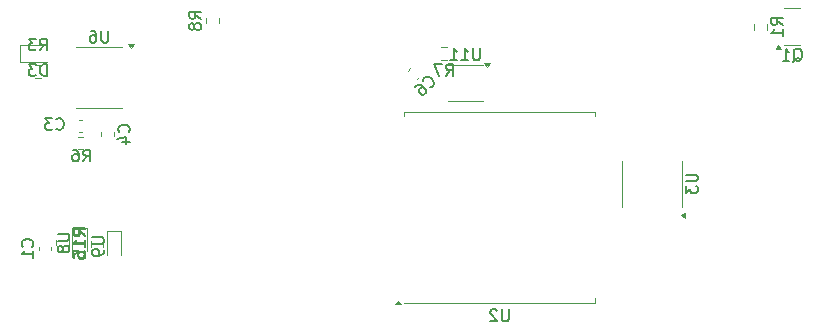
<source format=gbr>
%TF.GenerationSoftware,KiCad,Pcbnew,9.0.2*%
%TF.CreationDate,2025-07-15T17:58:13-04:00*%
%TF.ProjectId,raven-caller,72617665-6e2d-4636-916c-6c65722e6b69,rev?*%
%TF.SameCoordinates,Original*%
%TF.FileFunction,Legend,Bot*%
%TF.FilePolarity,Positive*%
%FSLAX46Y46*%
G04 Gerber Fmt 4.6, Leading zero omitted, Abs format (unit mm)*
G04 Created by KiCad (PCBNEW 9.0.2) date 2025-07-15 17:58:13*
%MOMM*%
%LPD*%
G01*
G04 APERTURE LIST*
%ADD10C,0.150000*%
%ADD11C,0.120000*%
G04 APERTURE END LIST*
D10*
X188972319Y-98558333D02*
X188496128Y-98225000D01*
X188972319Y-97986905D02*
X187972319Y-97986905D01*
X187972319Y-97986905D02*
X187972319Y-98367857D01*
X187972319Y-98367857D02*
X188019938Y-98463095D01*
X188019938Y-98463095D02*
X188067557Y-98510714D01*
X188067557Y-98510714D02*
X188162795Y-98558333D01*
X188162795Y-98558333D02*
X188305652Y-98558333D01*
X188305652Y-98558333D02*
X188400890Y-98510714D01*
X188400890Y-98510714D02*
X188448509Y-98463095D01*
X188448509Y-98463095D02*
X188496128Y-98367857D01*
X188496128Y-98367857D02*
X188496128Y-97986905D01*
X188972319Y-99510714D02*
X188972319Y-98939286D01*
X188972319Y-99225000D02*
X187972319Y-99225000D01*
X187972319Y-99225000D02*
X188115176Y-99129762D01*
X188115176Y-99129762D02*
X188210414Y-99034524D01*
X188210414Y-99034524D02*
X188258033Y-98939286D01*
X163338094Y-100554819D02*
X163338094Y-101364342D01*
X163338094Y-101364342D02*
X163290475Y-101459580D01*
X163290475Y-101459580D02*
X163242856Y-101507200D01*
X163242856Y-101507200D02*
X163147618Y-101554819D01*
X163147618Y-101554819D02*
X162957142Y-101554819D01*
X162957142Y-101554819D02*
X162861904Y-101507200D01*
X162861904Y-101507200D02*
X162814285Y-101459580D01*
X162814285Y-101459580D02*
X162766666Y-101364342D01*
X162766666Y-101364342D02*
X162766666Y-100554819D01*
X161766666Y-101554819D02*
X162338094Y-101554819D01*
X162052380Y-101554819D02*
X162052380Y-100554819D01*
X162052380Y-100554819D02*
X162147618Y-100697676D01*
X162147618Y-100697676D02*
X162242856Y-100792914D01*
X162242856Y-100792914D02*
X162338094Y-100840533D01*
X160814285Y-101554819D02*
X161385713Y-101554819D01*
X161099999Y-101554819D02*
X161099999Y-100554819D01*
X161099999Y-100554819D02*
X161195237Y-100697676D01*
X161195237Y-100697676D02*
X161290475Y-100792914D01*
X161290475Y-100792914D02*
X161385713Y-100840533D01*
X127577506Y-116255589D02*
X128387029Y-116255589D01*
X128387029Y-116255589D02*
X128482267Y-116303208D01*
X128482267Y-116303208D02*
X128529887Y-116350827D01*
X128529887Y-116350827D02*
X128577506Y-116446065D01*
X128577506Y-116446065D02*
X128577506Y-116636541D01*
X128577506Y-116636541D02*
X128529887Y-116731779D01*
X128529887Y-116731779D02*
X128482267Y-116779398D01*
X128482267Y-116779398D02*
X128387029Y-116827017D01*
X128387029Y-116827017D02*
X127577506Y-116827017D01*
X128006077Y-117446065D02*
X127958458Y-117350827D01*
X127958458Y-117350827D02*
X127910839Y-117303208D01*
X127910839Y-117303208D02*
X127815601Y-117255589D01*
X127815601Y-117255589D02*
X127767982Y-117255589D01*
X127767982Y-117255589D02*
X127672744Y-117303208D01*
X127672744Y-117303208D02*
X127625125Y-117350827D01*
X127625125Y-117350827D02*
X127577506Y-117446065D01*
X127577506Y-117446065D02*
X127577506Y-117636541D01*
X127577506Y-117636541D02*
X127625125Y-117731779D01*
X127625125Y-117731779D02*
X127672744Y-117779398D01*
X127672744Y-117779398D02*
X127767982Y-117827017D01*
X127767982Y-117827017D02*
X127815601Y-117827017D01*
X127815601Y-117827017D02*
X127910839Y-117779398D01*
X127910839Y-117779398D02*
X127958458Y-117731779D01*
X127958458Y-117731779D02*
X128006077Y-117636541D01*
X128006077Y-117636541D02*
X128006077Y-117446065D01*
X128006077Y-117446065D02*
X128053696Y-117350827D01*
X128053696Y-117350827D02*
X128101315Y-117303208D01*
X128101315Y-117303208D02*
X128196553Y-117255589D01*
X128196553Y-117255589D02*
X128387029Y-117255589D01*
X128387029Y-117255589D02*
X128482267Y-117303208D01*
X128482267Y-117303208D02*
X128529887Y-117350827D01*
X128529887Y-117350827D02*
X128577506Y-117446065D01*
X128577506Y-117446065D02*
X128577506Y-117636541D01*
X128577506Y-117636541D02*
X128529887Y-117731779D01*
X128529887Y-117731779D02*
X128482267Y-117779398D01*
X128482267Y-117779398D02*
X128387029Y-117827017D01*
X128387029Y-117827017D02*
X128196553Y-117827017D01*
X128196553Y-117827017D02*
X128101315Y-117779398D01*
X128101315Y-117779398D02*
X128053696Y-117731779D01*
X128053696Y-117731779D02*
X128006077Y-117636541D01*
X129924819Y-116457142D02*
X129448628Y-116123809D01*
X129924819Y-115885714D02*
X128924819Y-115885714D01*
X128924819Y-115885714D02*
X128924819Y-116266666D01*
X128924819Y-116266666D02*
X128972438Y-116361904D01*
X128972438Y-116361904D02*
X129020057Y-116409523D01*
X129020057Y-116409523D02*
X129115295Y-116457142D01*
X129115295Y-116457142D02*
X129258152Y-116457142D01*
X129258152Y-116457142D02*
X129353390Y-116409523D01*
X129353390Y-116409523D02*
X129401009Y-116361904D01*
X129401009Y-116361904D02*
X129448628Y-116266666D01*
X129448628Y-116266666D02*
X129448628Y-115885714D01*
X129924819Y-117409523D02*
X129924819Y-116838095D01*
X129924819Y-117123809D02*
X128924819Y-117123809D01*
X128924819Y-117123809D02*
X129067676Y-117028571D01*
X129067676Y-117028571D02*
X129162914Y-116933333D01*
X129162914Y-116933333D02*
X129210533Y-116838095D01*
X128924819Y-118266666D02*
X128924819Y-118076190D01*
X128924819Y-118076190D02*
X128972438Y-117980952D01*
X128972438Y-117980952D02*
X129020057Y-117933333D01*
X129020057Y-117933333D02*
X129162914Y-117838095D01*
X129162914Y-117838095D02*
X129353390Y-117790476D01*
X129353390Y-117790476D02*
X129734342Y-117790476D01*
X129734342Y-117790476D02*
X129829580Y-117838095D01*
X129829580Y-117838095D02*
X129877200Y-117885714D01*
X129877200Y-117885714D02*
X129924819Y-117980952D01*
X129924819Y-117980952D02*
X129924819Y-118171428D01*
X129924819Y-118171428D02*
X129877200Y-118266666D01*
X129877200Y-118266666D02*
X129829580Y-118314285D01*
X129829580Y-118314285D02*
X129734342Y-118361904D01*
X129734342Y-118361904D02*
X129496247Y-118361904D01*
X129496247Y-118361904D02*
X129401009Y-118314285D01*
X129401009Y-118314285D02*
X129353390Y-118266666D01*
X129353390Y-118266666D02*
X129305771Y-118171428D01*
X129305771Y-118171428D02*
X129305771Y-117980952D01*
X129305771Y-117980952D02*
X129353390Y-117885714D01*
X129353390Y-117885714D02*
X129401009Y-117838095D01*
X129401009Y-117838095D02*
X129496247Y-117790476D01*
X129766666Y-110124819D02*
X130099999Y-109648628D01*
X130338094Y-110124819D02*
X130338094Y-109124819D01*
X130338094Y-109124819D02*
X129957142Y-109124819D01*
X129957142Y-109124819D02*
X129861904Y-109172438D01*
X129861904Y-109172438D02*
X129814285Y-109220057D01*
X129814285Y-109220057D02*
X129766666Y-109315295D01*
X129766666Y-109315295D02*
X129766666Y-109458152D01*
X129766666Y-109458152D02*
X129814285Y-109553390D01*
X129814285Y-109553390D02*
X129861904Y-109601009D01*
X129861904Y-109601009D02*
X129957142Y-109648628D01*
X129957142Y-109648628D02*
X130338094Y-109648628D01*
X128909523Y-109124819D02*
X129099999Y-109124819D01*
X129099999Y-109124819D02*
X129195237Y-109172438D01*
X129195237Y-109172438D02*
X129242856Y-109220057D01*
X129242856Y-109220057D02*
X129338094Y-109362914D01*
X129338094Y-109362914D02*
X129385713Y-109553390D01*
X129385713Y-109553390D02*
X129385713Y-109934342D01*
X129385713Y-109934342D02*
X129338094Y-110029580D01*
X129338094Y-110029580D02*
X129290475Y-110077200D01*
X129290475Y-110077200D02*
X129195237Y-110124819D01*
X129195237Y-110124819D02*
X129004761Y-110124819D01*
X129004761Y-110124819D02*
X128909523Y-110077200D01*
X128909523Y-110077200D02*
X128861904Y-110029580D01*
X128861904Y-110029580D02*
X128814285Y-109934342D01*
X128814285Y-109934342D02*
X128814285Y-109696247D01*
X128814285Y-109696247D02*
X128861904Y-109601009D01*
X128861904Y-109601009D02*
X128909523Y-109553390D01*
X128909523Y-109553390D02*
X129004761Y-109505771D01*
X129004761Y-109505771D02*
X129195237Y-109505771D01*
X129195237Y-109505771D02*
X129290475Y-109553390D01*
X129290475Y-109553390D02*
X129338094Y-109601009D01*
X129338094Y-109601009D02*
X129385713Y-109696247D01*
X189857738Y-101675057D02*
X189952976Y-101627438D01*
X189952976Y-101627438D02*
X190048214Y-101532200D01*
X190048214Y-101532200D02*
X190191071Y-101389342D01*
X190191071Y-101389342D02*
X190286309Y-101341723D01*
X190286309Y-101341723D02*
X190381547Y-101341723D01*
X190333928Y-101579819D02*
X190429166Y-101532200D01*
X190429166Y-101532200D02*
X190524404Y-101436961D01*
X190524404Y-101436961D02*
X190572023Y-101246485D01*
X190572023Y-101246485D02*
X190572023Y-100913152D01*
X190572023Y-100913152D02*
X190524404Y-100722676D01*
X190524404Y-100722676D02*
X190429166Y-100627438D01*
X190429166Y-100627438D02*
X190333928Y-100579819D01*
X190333928Y-100579819D02*
X190143452Y-100579819D01*
X190143452Y-100579819D02*
X190048214Y-100627438D01*
X190048214Y-100627438D02*
X189952976Y-100722676D01*
X189952976Y-100722676D02*
X189905357Y-100913152D01*
X189905357Y-100913152D02*
X189905357Y-101246485D01*
X189905357Y-101246485D02*
X189952976Y-101436961D01*
X189952976Y-101436961D02*
X190048214Y-101532200D01*
X190048214Y-101532200D02*
X190143452Y-101579819D01*
X190143452Y-101579819D02*
X190333928Y-101579819D01*
X188952976Y-101579819D02*
X189524404Y-101579819D01*
X189238690Y-101579819D02*
X189238690Y-100579819D01*
X189238690Y-100579819D02*
X189333928Y-100722676D01*
X189333928Y-100722676D02*
X189429166Y-100817914D01*
X189429166Y-100817914D02*
X189524404Y-100865533D01*
X159083275Y-103847574D02*
X159150619Y-103847574D01*
X159150619Y-103847574D02*
X159285306Y-103780230D01*
X159285306Y-103780230D02*
X159352649Y-103712887D01*
X159352649Y-103712887D02*
X159419993Y-103578200D01*
X159419993Y-103578200D02*
X159419993Y-103443513D01*
X159419993Y-103443513D02*
X159386321Y-103342498D01*
X159386321Y-103342498D02*
X159285306Y-103174139D01*
X159285306Y-103174139D02*
X159184291Y-103073124D01*
X159184291Y-103073124D02*
X159015932Y-102972108D01*
X159015932Y-102972108D02*
X158914917Y-102938437D01*
X158914917Y-102938437D02*
X158780230Y-102938437D01*
X158780230Y-102938437D02*
X158645543Y-103005780D01*
X158645543Y-103005780D02*
X158578199Y-103073124D01*
X158578199Y-103073124D02*
X158510856Y-103207811D01*
X158510856Y-103207811D02*
X158510856Y-103275154D01*
X157837421Y-103813902D02*
X157972108Y-103679215D01*
X157972108Y-103679215D02*
X158073123Y-103645543D01*
X158073123Y-103645543D02*
X158140466Y-103645543D01*
X158140466Y-103645543D02*
X158308825Y-103679215D01*
X158308825Y-103679215D02*
X158477184Y-103780230D01*
X158477184Y-103780230D02*
X158746558Y-104049604D01*
X158746558Y-104049604D02*
X158780230Y-104150620D01*
X158780230Y-104150620D02*
X158780230Y-104217963D01*
X158780230Y-104217963D02*
X158746558Y-104318978D01*
X158746558Y-104318978D02*
X158611871Y-104453665D01*
X158611871Y-104453665D02*
X158510856Y-104487337D01*
X158510856Y-104487337D02*
X158443512Y-104487337D01*
X158443512Y-104487337D02*
X158342497Y-104453665D01*
X158342497Y-104453665D02*
X158174138Y-104285307D01*
X158174138Y-104285307D02*
X158140466Y-104184291D01*
X158140466Y-104184291D02*
X158140466Y-104116948D01*
X158140466Y-104116948D02*
X158174138Y-104015933D01*
X158174138Y-104015933D02*
X158308825Y-103881246D01*
X158308825Y-103881246D02*
X158409840Y-103847574D01*
X158409840Y-103847574D02*
X158477184Y-103847574D01*
X158477184Y-103847574D02*
X158578199Y-103881246D01*
X125429580Y-117333333D02*
X125477200Y-117285714D01*
X125477200Y-117285714D02*
X125524819Y-117142857D01*
X125524819Y-117142857D02*
X125524819Y-117047619D01*
X125524819Y-117047619D02*
X125477200Y-116904762D01*
X125477200Y-116904762D02*
X125381961Y-116809524D01*
X125381961Y-116809524D02*
X125286723Y-116761905D01*
X125286723Y-116761905D02*
X125096247Y-116714286D01*
X125096247Y-116714286D02*
X124953390Y-116714286D01*
X124953390Y-116714286D02*
X124762914Y-116761905D01*
X124762914Y-116761905D02*
X124667676Y-116809524D01*
X124667676Y-116809524D02*
X124572438Y-116904762D01*
X124572438Y-116904762D02*
X124524819Y-117047619D01*
X124524819Y-117047619D02*
X124524819Y-117142857D01*
X124524819Y-117142857D02*
X124572438Y-117285714D01*
X124572438Y-117285714D02*
X124620057Y-117333333D01*
X125524819Y-118285714D02*
X125524819Y-117714286D01*
X125524819Y-118000000D02*
X124524819Y-118000000D01*
X124524819Y-118000000D02*
X124667676Y-117904762D01*
X124667676Y-117904762D02*
X124762914Y-117809524D01*
X124762914Y-117809524D02*
X124810533Y-117714286D01*
X160466666Y-102884819D02*
X160799999Y-102408628D01*
X161038094Y-102884819D02*
X161038094Y-101884819D01*
X161038094Y-101884819D02*
X160657142Y-101884819D01*
X160657142Y-101884819D02*
X160561904Y-101932438D01*
X160561904Y-101932438D02*
X160514285Y-101980057D01*
X160514285Y-101980057D02*
X160466666Y-102075295D01*
X160466666Y-102075295D02*
X160466666Y-102218152D01*
X160466666Y-102218152D02*
X160514285Y-102313390D01*
X160514285Y-102313390D02*
X160561904Y-102361009D01*
X160561904Y-102361009D02*
X160657142Y-102408628D01*
X160657142Y-102408628D02*
X161038094Y-102408628D01*
X160133332Y-101884819D02*
X159466666Y-101884819D01*
X159466666Y-101884819D02*
X159895237Y-102884819D01*
X180754818Y-111238096D02*
X181564341Y-111238096D01*
X181564341Y-111238096D02*
X181659579Y-111285715D01*
X181659579Y-111285715D02*
X181707199Y-111333334D01*
X181707199Y-111333334D02*
X181754818Y-111428572D01*
X181754818Y-111428572D02*
X181754818Y-111619048D01*
X181754818Y-111619048D02*
X181707199Y-111714286D01*
X181707199Y-111714286D02*
X181659579Y-111761905D01*
X181659579Y-111761905D02*
X181564341Y-111809524D01*
X181564341Y-111809524D02*
X180754818Y-111809524D01*
X180754818Y-112190477D02*
X180754818Y-112809524D01*
X180754818Y-112809524D02*
X181135770Y-112476191D01*
X181135770Y-112476191D02*
X181135770Y-112619048D01*
X181135770Y-112619048D02*
X181183389Y-112714286D01*
X181183389Y-112714286D02*
X181231008Y-112761905D01*
X181231008Y-112761905D02*
X181326246Y-112809524D01*
X181326246Y-112809524D02*
X181564341Y-112809524D01*
X181564341Y-112809524D02*
X181659579Y-112761905D01*
X181659579Y-112761905D02*
X181707199Y-112714286D01*
X181707199Y-112714286D02*
X181754818Y-112619048D01*
X181754818Y-112619048D02*
X181754818Y-112333334D01*
X181754818Y-112333334D02*
X181707199Y-112238096D01*
X181707199Y-112238096D02*
X181659579Y-112190477D01*
X126638094Y-102884819D02*
X126638094Y-101884819D01*
X126638094Y-101884819D02*
X126399999Y-101884819D01*
X126399999Y-101884819D02*
X126257142Y-101932438D01*
X126257142Y-101932438D02*
X126161904Y-102027676D01*
X126161904Y-102027676D02*
X126114285Y-102122914D01*
X126114285Y-102122914D02*
X126066666Y-102313390D01*
X126066666Y-102313390D02*
X126066666Y-102456247D01*
X126066666Y-102456247D02*
X126114285Y-102646723D01*
X126114285Y-102646723D02*
X126161904Y-102741961D01*
X126161904Y-102741961D02*
X126257142Y-102837200D01*
X126257142Y-102837200D02*
X126399999Y-102884819D01*
X126399999Y-102884819D02*
X126638094Y-102884819D01*
X125733332Y-101884819D02*
X125114285Y-101884819D01*
X125114285Y-101884819D02*
X125447618Y-102265771D01*
X125447618Y-102265771D02*
X125304761Y-102265771D01*
X125304761Y-102265771D02*
X125209523Y-102313390D01*
X125209523Y-102313390D02*
X125161904Y-102361009D01*
X125161904Y-102361009D02*
X125114285Y-102456247D01*
X125114285Y-102456247D02*
X125114285Y-102694342D01*
X125114285Y-102694342D02*
X125161904Y-102789580D01*
X125161904Y-102789580D02*
X125209523Y-102837200D01*
X125209523Y-102837200D02*
X125304761Y-102884819D01*
X125304761Y-102884819D02*
X125590475Y-102884819D01*
X125590475Y-102884819D02*
X125685713Y-102837200D01*
X125685713Y-102837200D02*
X125733332Y-102789580D01*
X130482746Y-116551623D02*
X131292269Y-116551623D01*
X131292269Y-116551623D02*
X131387507Y-116599242D01*
X131387507Y-116599242D02*
X131435127Y-116646861D01*
X131435127Y-116646861D02*
X131482746Y-116742099D01*
X131482746Y-116742099D02*
X131482746Y-116932575D01*
X131482746Y-116932575D02*
X131435127Y-117027813D01*
X131435127Y-117027813D02*
X131387507Y-117075432D01*
X131387507Y-117075432D02*
X131292269Y-117123051D01*
X131292269Y-117123051D02*
X130482746Y-117123051D01*
X131482746Y-117646861D02*
X131482746Y-117837337D01*
X131482746Y-117837337D02*
X131435127Y-117932575D01*
X131435127Y-117932575D02*
X131387507Y-117980194D01*
X131387507Y-117980194D02*
X131244650Y-118075432D01*
X131244650Y-118075432D02*
X131054174Y-118123051D01*
X131054174Y-118123051D02*
X130673222Y-118123051D01*
X130673222Y-118123051D02*
X130577984Y-118075432D01*
X130577984Y-118075432D02*
X130530365Y-118027813D01*
X130530365Y-118027813D02*
X130482746Y-117932575D01*
X130482746Y-117932575D02*
X130482746Y-117742099D01*
X130482746Y-117742099D02*
X130530365Y-117646861D01*
X130530365Y-117646861D02*
X130577984Y-117599242D01*
X130577984Y-117599242D02*
X130673222Y-117551623D01*
X130673222Y-117551623D02*
X130911317Y-117551623D01*
X130911317Y-117551623D02*
X131006555Y-117599242D01*
X131006555Y-117599242D02*
X131054174Y-117646861D01*
X131054174Y-117646861D02*
X131101793Y-117742099D01*
X131101793Y-117742099D02*
X131101793Y-117932575D01*
X131101793Y-117932575D02*
X131054174Y-118027813D01*
X131054174Y-118027813D02*
X131006555Y-118075432D01*
X131006555Y-118075432D02*
X130911317Y-118123051D01*
X139724819Y-98033333D02*
X139248628Y-97700000D01*
X139724819Y-97461905D02*
X138724819Y-97461905D01*
X138724819Y-97461905D02*
X138724819Y-97842857D01*
X138724819Y-97842857D02*
X138772438Y-97938095D01*
X138772438Y-97938095D02*
X138820057Y-97985714D01*
X138820057Y-97985714D02*
X138915295Y-98033333D01*
X138915295Y-98033333D02*
X139058152Y-98033333D01*
X139058152Y-98033333D02*
X139153390Y-97985714D01*
X139153390Y-97985714D02*
X139201009Y-97938095D01*
X139201009Y-97938095D02*
X139248628Y-97842857D01*
X139248628Y-97842857D02*
X139248628Y-97461905D01*
X139153390Y-98604762D02*
X139105771Y-98509524D01*
X139105771Y-98509524D02*
X139058152Y-98461905D01*
X139058152Y-98461905D02*
X138962914Y-98414286D01*
X138962914Y-98414286D02*
X138915295Y-98414286D01*
X138915295Y-98414286D02*
X138820057Y-98461905D01*
X138820057Y-98461905D02*
X138772438Y-98509524D01*
X138772438Y-98509524D02*
X138724819Y-98604762D01*
X138724819Y-98604762D02*
X138724819Y-98795238D01*
X138724819Y-98795238D02*
X138772438Y-98890476D01*
X138772438Y-98890476D02*
X138820057Y-98938095D01*
X138820057Y-98938095D02*
X138915295Y-98985714D01*
X138915295Y-98985714D02*
X138962914Y-98985714D01*
X138962914Y-98985714D02*
X139058152Y-98938095D01*
X139058152Y-98938095D02*
X139105771Y-98890476D01*
X139105771Y-98890476D02*
X139153390Y-98795238D01*
X139153390Y-98795238D02*
X139153390Y-98604762D01*
X139153390Y-98604762D02*
X139201009Y-98509524D01*
X139201009Y-98509524D02*
X139248628Y-98461905D01*
X139248628Y-98461905D02*
X139343866Y-98414286D01*
X139343866Y-98414286D02*
X139534342Y-98414286D01*
X139534342Y-98414286D02*
X139629580Y-98461905D01*
X139629580Y-98461905D02*
X139677200Y-98509524D01*
X139677200Y-98509524D02*
X139724819Y-98604762D01*
X139724819Y-98604762D02*
X139724819Y-98795238D01*
X139724819Y-98795238D02*
X139677200Y-98890476D01*
X139677200Y-98890476D02*
X139629580Y-98938095D01*
X139629580Y-98938095D02*
X139534342Y-98985714D01*
X139534342Y-98985714D02*
X139343866Y-98985714D01*
X139343866Y-98985714D02*
X139248628Y-98938095D01*
X139248628Y-98938095D02*
X139201009Y-98890476D01*
X139201009Y-98890476D02*
X139153390Y-98795238D01*
X129884819Y-116357142D02*
X129408628Y-116023809D01*
X129884819Y-115785714D02*
X128884819Y-115785714D01*
X128884819Y-115785714D02*
X128884819Y-116166666D01*
X128884819Y-116166666D02*
X128932438Y-116261904D01*
X128932438Y-116261904D02*
X128980057Y-116309523D01*
X128980057Y-116309523D02*
X129075295Y-116357142D01*
X129075295Y-116357142D02*
X129218152Y-116357142D01*
X129218152Y-116357142D02*
X129313390Y-116309523D01*
X129313390Y-116309523D02*
X129361009Y-116261904D01*
X129361009Y-116261904D02*
X129408628Y-116166666D01*
X129408628Y-116166666D02*
X129408628Y-115785714D01*
X129884819Y-117309523D02*
X129884819Y-116738095D01*
X129884819Y-117023809D02*
X128884819Y-117023809D01*
X128884819Y-117023809D02*
X129027676Y-116928571D01*
X129027676Y-116928571D02*
X129122914Y-116833333D01*
X129122914Y-116833333D02*
X129170533Y-116738095D01*
X128884819Y-118214285D02*
X128884819Y-117738095D01*
X128884819Y-117738095D02*
X129361009Y-117690476D01*
X129361009Y-117690476D02*
X129313390Y-117738095D01*
X129313390Y-117738095D02*
X129265771Y-117833333D01*
X129265771Y-117833333D02*
X129265771Y-118071428D01*
X129265771Y-118071428D02*
X129313390Y-118166666D01*
X129313390Y-118166666D02*
X129361009Y-118214285D01*
X129361009Y-118214285D02*
X129456247Y-118261904D01*
X129456247Y-118261904D02*
X129694342Y-118261904D01*
X129694342Y-118261904D02*
X129789580Y-118214285D01*
X129789580Y-118214285D02*
X129837200Y-118166666D01*
X129837200Y-118166666D02*
X129884819Y-118071428D01*
X129884819Y-118071428D02*
X129884819Y-117833333D01*
X129884819Y-117833333D02*
X129837200Y-117738095D01*
X129837200Y-117738095D02*
X129789580Y-117690476D01*
X126066666Y-100724819D02*
X126399999Y-100248628D01*
X126638094Y-100724819D02*
X126638094Y-99724819D01*
X126638094Y-99724819D02*
X126257142Y-99724819D01*
X126257142Y-99724819D02*
X126161904Y-99772438D01*
X126161904Y-99772438D02*
X126114285Y-99820057D01*
X126114285Y-99820057D02*
X126066666Y-99915295D01*
X126066666Y-99915295D02*
X126066666Y-100058152D01*
X126066666Y-100058152D02*
X126114285Y-100153390D01*
X126114285Y-100153390D02*
X126161904Y-100201009D01*
X126161904Y-100201009D02*
X126257142Y-100248628D01*
X126257142Y-100248628D02*
X126638094Y-100248628D01*
X125733332Y-99724819D02*
X125114285Y-99724819D01*
X125114285Y-99724819D02*
X125447618Y-100105771D01*
X125447618Y-100105771D02*
X125304761Y-100105771D01*
X125304761Y-100105771D02*
X125209523Y-100153390D01*
X125209523Y-100153390D02*
X125161904Y-100201009D01*
X125161904Y-100201009D02*
X125114285Y-100296247D01*
X125114285Y-100296247D02*
X125114285Y-100534342D01*
X125114285Y-100534342D02*
X125161904Y-100629580D01*
X125161904Y-100629580D02*
X125209523Y-100677200D01*
X125209523Y-100677200D02*
X125304761Y-100724819D01*
X125304761Y-100724819D02*
X125590475Y-100724819D01*
X125590475Y-100724819D02*
X125685713Y-100677200D01*
X125685713Y-100677200D02*
X125733332Y-100629580D01*
X127466666Y-107359580D02*
X127514285Y-107407200D01*
X127514285Y-107407200D02*
X127657142Y-107454819D01*
X127657142Y-107454819D02*
X127752380Y-107454819D01*
X127752380Y-107454819D02*
X127895237Y-107407200D01*
X127895237Y-107407200D02*
X127990475Y-107311961D01*
X127990475Y-107311961D02*
X128038094Y-107216723D01*
X128038094Y-107216723D02*
X128085713Y-107026247D01*
X128085713Y-107026247D02*
X128085713Y-106883390D01*
X128085713Y-106883390D02*
X128038094Y-106692914D01*
X128038094Y-106692914D02*
X127990475Y-106597676D01*
X127990475Y-106597676D02*
X127895237Y-106502438D01*
X127895237Y-106502438D02*
X127752380Y-106454819D01*
X127752380Y-106454819D02*
X127657142Y-106454819D01*
X127657142Y-106454819D02*
X127514285Y-106502438D01*
X127514285Y-106502438D02*
X127466666Y-106550057D01*
X127133332Y-106454819D02*
X126514285Y-106454819D01*
X126514285Y-106454819D02*
X126847618Y-106835771D01*
X126847618Y-106835771D02*
X126704761Y-106835771D01*
X126704761Y-106835771D02*
X126609523Y-106883390D01*
X126609523Y-106883390D02*
X126561904Y-106931009D01*
X126561904Y-106931009D02*
X126514285Y-107026247D01*
X126514285Y-107026247D02*
X126514285Y-107264342D01*
X126514285Y-107264342D02*
X126561904Y-107359580D01*
X126561904Y-107359580D02*
X126609523Y-107407200D01*
X126609523Y-107407200D02*
X126704761Y-107454819D01*
X126704761Y-107454819D02*
X126990475Y-107454819D01*
X126990475Y-107454819D02*
X127085713Y-107407200D01*
X127085713Y-107407200D02*
X127133332Y-107359580D01*
X131861904Y-99054819D02*
X131861904Y-99864342D01*
X131861904Y-99864342D02*
X131814285Y-99959580D01*
X131814285Y-99959580D02*
X131766666Y-100007200D01*
X131766666Y-100007200D02*
X131671428Y-100054819D01*
X131671428Y-100054819D02*
X131480952Y-100054819D01*
X131480952Y-100054819D02*
X131385714Y-100007200D01*
X131385714Y-100007200D02*
X131338095Y-99959580D01*
X131338095Y-99959580D02*
X131290476Y-99864342D01*
X131290476Y-99864342D02*
X131290476Y-99054819D01*
X130385714Y-99054819D02*
X130576190Y-99054819D01*
X130576190Y-99054819D02*
X130671428Y-99102438D01*
X130671428Y-99102438D02*
X130719047Y-99150057D01*
X130719047Y-99150057D02*
X130814285Y-99292914D01*
X130814285Y-99292914D02*
X130861904Y-99483390D01*
X130861904Y-99483390D02*
X130861904Y-99864342D01*
X130861904Y-99864342D02*
X130814285Y-99959580D01*
X130814285Y-99959580D02*
X130766666Y-100007200D01*
X130766666Y-100007200D02*
X130671428Y-100054819D01*
X130671428Y-100054819D02*
X130480952Y-100054819D01*
X130480952Y-100054819D02*
X130385714Y-100007200D01*
X130385714Y-100007200D02*
X130338095Y-99959580D01*
X130338095Y-99959580D02*
X130290476Y-99864342D01*
X130290476Y-99864342D02*
X130290476Y-99626247D01*
X130290476Y-99626247D02*
X130338095Y-99531009D01*
X130338095Y-99531009D02*
X130385714Y-99483390D01*
X130385714Y-99483390D02*
X130480952Y-99435771D01*
X130480952Y-99435771D02*
X130671428Y-99435771D01*
X130671428Y-99435771D02*
X130766666Y-99483390D01*
X130766666Y-99483390D02*
X130814285Y-99531009D01*
X130814285Y-99531009D02*
X130861904Y-99626247D01*
X133589580Y-107633333D02*
X133637200Y-107585714D01*
X133637200Y-107585714D02*
X133684819Y-107442857D01*
X133684819Y-107442857D02*
X133684819Y-107347619D01*
X133684819Y-107347619D02*
X133637200Y-107204762D01*
X133637200Y-107204762D02*
X133541961Y-107109524D01*
X133541961Y-107109524D02*
X133446723Y-107061905D01*
X133446723Y-107061905D02*
X133256247Y-107014286D01*
X133256247Y-107014286D02*
X133113390Y-107014286D01*
X133113390Y-107014286D02*
X132922914Y-107061905D01*
X132922914Y-107061905D02*
X132827676Y-107109524D01*
X132827676Y-107109524D02*
X132732438Y-107204762D01*
X132732438Y-107204762D02*
X132684819Y-107347619D01*
X132684819Y-107347619D02*
X132684819Y-107442857D01*
X132684819Y-107442857D02*
X132732438Y-107585714D01*
X132732438Y-107585714D02*
X132780057Y-107633333D01*
X133018152Y-108490476D02*
X133684819Y-108490476D01*
X132637200Y-108252381D02*
X133351485Y-108014286D01*
X133351485Y-108014286D02*
X133351485Y-108633333D01*
X165761904Y-122654818D02*
X165761904Y-123464341D01*
X165761904Y-123464341D02*
X165714285Y-123559579D01*
X165714285Y-123559579D02*
X165666666Y-123607199D01*
X165666666Y-123607199D02*
X165571428Y-123654818D01*
X165571428Y-123654818D02*
X165380952Y-123654818D01*
X165380952Y-123654818D02*
X165285714Y-123607199D01*
X165285714Y-123607199D02*
X165238095Y-123559579D01*
X165238095Y-123559579D02*
X165190476Y-123464341D01*
X165190476Y-123464341D02*
X165190476Y-122654818D01*
X164761904Y-122750056D02*
X164714285Y-122702437D01*
X164714285Y-122702437D02*
X164619047Y-122654818D01*
X164619047Y-122654818D02*
X164380952Y-122654818D01*
X164380952Y-122654818D02*
X164285714Y-122702437D01*
X164285714Y-122702437D02*
X164238095Y-122750056D01*
X164238095Y-122750056D02*
X164190476Y-122845294D01*
X164190476Y-122845294D02*
X164190476Y-122940532D01*
X164190476Y-122940532D02*
X164238095Y-123083389D01*
X164238095Y-123083389D02*
X164809523Y-123654818D01*
X164809523Y-123654818D02*
X164190476Y-123654818D01*
D11*
%TO.C,R1*%
X186565000Y-98962258D02*
X186565000Y-98487742D01*
X187610000Y-98962258D02*
X187610000Y-98487742D01*
%TO.C,U11*%
X160600000Y-102000000D02*
X163600000Y-102000000D01*
X160600000Y-105000000D02*
X163600000Y-105000000D01*
X163950000Y-102100000D02*
X163710000Y-101770000D01*
X164190000Y-101770000D01*
X163950000Y-102100000D01*
G36*
X163950000Y-102100000D02*
G01*
X163710000Y-101770000D01*
X164190000Y-101770000D01*
X163950000Y-102100000D01*
G37*
%TO.C,U8*%
X128822686Y-115757494D02*
X130022688Y-115757494D01*
X128822687Y-117717494D02*
X128822686Y-115757494D01*
X130022687Y-117717494D02*
X130022688Y-115757494D01*
%TO.C,R16*%
X130377500Y-116862742D02*
X130377500Y-117337258D01*
X131422500Y-116862742D02*
X131422500Y-117337258D01*
%TO.C,R6*%
X129262742Y-108047500D02*
X129737258Y-108047500D01*
X129262742Y-109092500D02*
X129737258Y-109092500D01*
%TO.C,Q1*%
X189762500Y-97165000D02*
X189112500Y-97165000D01*
X189762500Y-97165000D02*
X190412500Y-97165000D01*
X189762500Y-100285000D02*
X189112500Y-100285000D01*
X189762500Y-100285000D02*
X190412500Y-100285000D01*
X188840000Y-100565000D02*
X188360000Y-100565000D01*
X188600000Y-100235000D01*
X188840000Y-100565000D01*
G36*
X188840000Y-100565000D02*
G01*
X188360000Y-100565000D01*
X188600000Y-100235000D01*
X188840000Y-100565000D01*
G37*
%TO.C,C6*%
X157239970Y-102438781D02*
X157438781Y-102239970D01*
X157961219Y-103160030D02*
X158160030Y-102961219D01*
%TO.C,C1*%
X125990000Y-117359419D02*
X125990000Y-117640581D01*
X127010000Y-117359419D02*
X127010000Y-117640581D01*
%TO.C,R7*%
X160062742Y-100477500D02*
X160537258Y-100477500D01*
X160062742Y-101522500D02*
X160537258Y-101522500D01*
%TO.C,U3*%
X175340000Y-112000001D02*
X175339999Y-110050001D01*
X175340000Y-112000001D02*
X175339999Y-113950001D01*
X180459998Y-112000001D02*
X180459999Y-110050001D01*
X180459998Y-112000001D02*
X180459999Y-113950001D01*
X180694999Y-114940000D02*
X180364999Y-114700001D01*
X180694999Y-114460001D01*
X180694999Y-114940000D01*
G36*
X180694999Y-114940000D02*
G01*
X180364999Y-114700001D01*
X180694999Y-114460001D01*
X180694999Y-114940000D01*
G37*
%TO.C,D3*%
X124415000Y-100265000D02*
X126700000Y-100265000D01*
X124415000Y-101735000D02*
X124415000Y-100265000D01*
X126700000Y-101735000D02*
X124415000Y-101735000D01*
%TO.C,U9*%
X131727926Y-116053528D02*
X132927928Y-116053528D01*
X131727927Y-118013528D02*
X131727926Y-116053528D01*
X132927927Y-118013528D02*
X132927928Y-116053528D01*
%TO.C,R8*%
X140177500Y-97962742D02*
X140177500Y-98437258D01*
X141222500Y-97962742D02*
X141222500Y-98437258D01*
%TO.C,R15*%
X127477500Y-117237258D02*
X127477500Y-116762742D01*
X128522500Y-117237258D02*
X128522500Y-116762742D01*
%TO.C,R3*%
X126137258Y-101977500D02*
X125662742Y-101977500D01*
X126137258Y-103022500D02*
X125662742Y-103022500D01*
%TO.C,C3*%
X129359419Y-106590000D02*
X129640581Y-106590000D01*
X129359419Y-107610000D02*
X129640581Y-107610000D01*
%TO.C,U6*%
X131100000Y-100440000D02*
X129150000Y-100440000D01*
X131100000Y-100440000D02*
X133050000Y-100440000D01*
X131100000Y-105560000D02*
X129150000Y-105560000D01*
X131100000Y-105560000D02*
X133050000Y-105560000D01*
X133800000Y-100535000D02*
X133560000Y-100205000D01*
X134040000Y-100205000D01*
X133800000Y-100535000D01*
G36*
X133800000Y-100535000D02*
G01*
X133560000Y-100205000D01*
X134040000Y-100205000D01*
X133800000Y-100535000D01*
G37*
%TO.C,C4*%
X131290000Y-107940581D02*
X131290000Y-107659419D01*
X132310000Y-107940581D02*
X132310000Y-107659419D01*
%TO.C,U2*%
X156900000Y-105900000D02*
X173100000Y-105900000D01*
X156900000Y-106300000D02*
X156900000Y-105900000D01*
X156900000Y-122100000D02*
X173100000Y-122100000D01*
X173100000Y-105900000D02*
X173100000Y-106300000D01*
X173100000Y-122100000D02*
X173100000Y-121700000D01*
X156640000Y-122236000D02*
X156160001Y-122236000D01*
X156400000Y-121900000D01*
X156640000Y-122236000D01*
G36*
X156640000Y-122236000D02*
G01*
X156160001Y-122236000D01*
X156400000Y-121900000D01*
X156640000Y-122236000D01*
G37*
%TD*%
M02*

</source>
